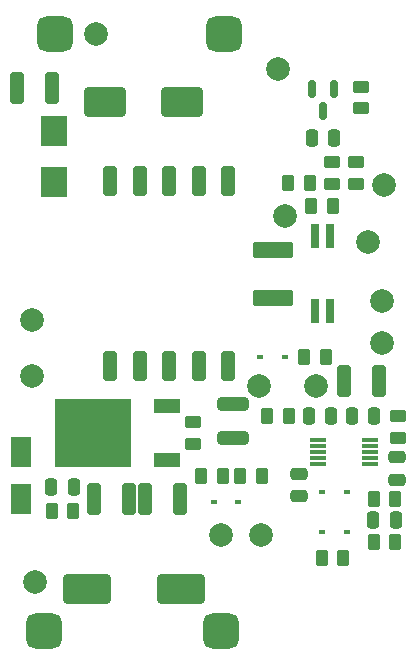
<source format=gts>
G04 #@! TF.GenerationSoftware,KiCad,Pcbnew,6.0.1-79c1e3a40b~116~ubuntu20.04.1*
G04 #@! TF.CreationDate,2022-02-11T17:49:30+01:00*
G04 #@! TF.ProjectId,Feeder,46656564-6572-42e6-9b69-6361645f7063,rev?*
G04 #@! TF.SameCoordinates,Original*
G04 #@! TF.FileFunction,Soldermask,Top*
G04 #@! TF.FilePolarity,Negative*
%FSLAX46Y46*%
G04 Gerber Fmt 4.6, Leading zero omitted, Abs format (unit mm)*
G04 Created by KiCad (PCBNEW 6.0.1-79c1e3a40b~116~ubuntu20.04.1) date 2022-02-11 17:49:30*
%MOMM*%
%LPD*%
G01*
G04 APERTURE LIST*
G04 Aperture macros list*
%AMRoundRect*
0 Rectangle with rounded corners*
0 $1 Rounding radius*
0 $2 $3 $4 $5 $6 $7 $8 $9 X,Y pos of 4 corners*
0 Add a 4 corners polygon primitive as box body*
4,1,4,$2,$3,$4,$5,$6,$7,$8,$9,$2,$3,0*
0 Add four circle primitives for the rounded corners*
1,1,$1+$1,$2,$3*
1,1,$1+$1,$4,$5*
1,1,$1+$1,$6,$7*
1,1,$1+$1,$8,$9*
0 Add four rect primitives between the rounded corners*
20,1,$1+$1,$2,$3,$4,$5,0*
20,1,$1+$1,$4,$5,$6,$7,0*
20,1,$1+$1,$6,$7,$8,$9,0*
20,1,$1+$1,$8,$9,$2,$3,0*%
G04 Aperture macros list end*
%ADD10C,2.000000*%
%ADD11RoundRect,0.250000X0.250000X0.475000X-0.250000X0.475000X-0.250000X-0.475000X0.250000X-0.475000X0*%
%ADD12RoundRect,0.305000X-0.305000X-0.965000X0.305000X-0.965000X0.305000X0.965000X-0.305000X0.965000X0*%
%ADD13RoundRect,0.250000X-0.325000X-1.100000X0.325000X-1.100000X0.325000X1.100000X-0.325000X1.100000X0*%
%ADD14RoundRect,0.250000X-1.750000X-1.000000X1.750000X-1.000000X1.750000X1.000000X-1.750000X1.000000X0*%
%ADD15RoundRect,0.250000X-0.450000X0.262500X-0.450000X-0.262500X0.450000X-0.262500X0.450000X0.262500X0*%
%ADD16RoundRect,0.250000X-0.262500X-0.450000X0.262500X-0.450000X0.262500X0.450000X-0.262500X0.450000X0*%
%ADD17RoundRect,0.250000X0.450000X-0.262500X0.450000X0.262500X-0.450000X0.262500X-0.450000X-0.262500X0*%
%ADD18R,0.600000X0.450000*%
%ADD19RoundRect,0.250000X-0.475000X0.250000X-0.475000X-0.250000X0.475000X-0.250000X0.475000X0.250000X0*%
%ADD20RoundRect,0.249999X1.450001X-0.450001X1.450001X0.450001X-1.450001X0.450001X-1.450001X-0.450001X0*%
%ADD21R,1.800000X2.500000*%
%ADD22RoundRect,0.250000X0.262500X0.450000X-0.262500X0.450000X-0.262500X-0.450000X0.262500X-0.450000X0*%
%ADD23RoundRect,0.250000X-0.250000X-0.475000X0.250000X-0.475000X0.250000X0.475000X-0.250000X0.475000X0*%
%ADD24R,1.400000X0.300000*%
%ADD25C,1.000000*%
%ADD26RoundRect,0.750000X-0.750000X-0.750000X0.750000X-0.750000X0.750000X0.750000X-0.750000X0.750000X0*%
%ADD27RoundRect,0.150000X-0.150000X0.587500X-0.150000X-0.587500X0.150000X-0.587500X0.150000X0.587500X0*%
%ADD28R,2.300000X2.500000*%
%ADD29RoundRect,0.250000X0.325000X1.100000X-0.325000X1.100000X-0.325000X-1.100000X0.325000X-1.100000X0*%
%ADD30RoundRect,0.250000X-1.500000X-1.000000X1.500000X-1.000000X1.500000X1.000000X-1.500000X1.000000X0*%
%ADD31R,0.640000X2.000000*%
%ADD32RoundRect,0.250000X-1.075000X0.312500X-1.075000X-0.312500X1.075000X-0.312500X1.075000X0.312500X0*%
%ADD33R,2.200000X1.200000*%
%ADD34R,6.400000X5.800000*%
G04 APERTURE END LIST*
D10*
X56800000Y-23200000D03*
D11*
X82150000Y-64400000D03*
X80250000Y-64400000D03*
D12*
X68000000Y-51300000D03*
X65500000Y-51300000D03*
X63000000Y-51300000D03*
X60500000Y-51300000D03*
X58000000Y-51300000D03*
X58000000Y-35700000D03*
X60500000Y-35700000D03*
X63000000Y-35700000D03*
X65500000Y-35700000D03*
X68000000Y-35700000D03*
D13*
X60925000Y-62600000D03*
X63875000Y-62600000D03*
D14*
X56000000Y-70200000D03*
X64000000Y-70200000D03*
D15*
X65000000Y-56087500D03*
X65000000Y-57912500D03*
D10*
X81000000Y-49400000D03*
D16*
X75887500Y-67600000D03*
X77712500Y-67600000D03*
X80287500Y-62600000D03*
X82112500Y-62600000D03*
D17*
X82325489Y-57424511D03*
X82325489Y-55599511D03*
D18*
X72800000Y-50600000D03*
X70700000Y-50600000D03*
D16*
X73087500Y-35800000D03*
X74912500Y-35800000D03*
D10*
X79800000Y-40800000D03*
X81200000Y-36000000D03*
D19*
X82275489Y-59049511D03*
X82275489Y-60949511D03*
D11*
X54900000Y-61600000D03*
X53000000Y-61600000D03*
D10*
X81000000Y-45800000D03*
D20*
X71800000Y-45575000D03*
X71800000Y-41475000D03*
D21*
X50400000Y-62600000D03*
X50400000Y-58600000D03*
D16*
X53037500Y-63600000D03*
X54862500Y-63600000D03*
D22*
X70825000Y-60631250D03*
X69000000Y-60631250D03*
D13*
X56612500Y-62600000D03*
X59562500Y-62600000D03*
D17*
X76800000Y-35912500D03*
X76800000Y-34087500D03*
D23*
X74825489Y-55599511D03*
X76725489Y-55599511D03*
D24*
X79975489Y-59599511D03*
X79975489Y-59099511D03*
X79975489Y-58599511D03*
X79975489Y-58099511D03*
X79975489Y-57599511D03*
X75575489Y-57599511D03*
X75575489Y-58099511D03*
X75575489Y-58599511D03*
X75575489Y-59099511D03*
X75575489Y-59599511D03*
D10*
X72800000Y-38600000D03*
D22*
X76825000Y-37800000D03*
X75000000Y-37800000D03*
D19*
X74000000Y-60450000D03*
X74000000Y-62350000D03*
D25*
X52550000Y-23950000D03*
X52550000Y-22450000D03*
X54050000Y-22450000D03*
X54000000Y-23950000D03*
D26*
X53300000Y-23200000D03*
D27*
X76950000Y-27862500D03*
X75050000Y-27862500D03*
X76000000Y-29737500D03*
D10*
X75400000Y-53000000D03*
D17*
X78800000Y-35912500D03*
X78800000Y-34087500D03*
D10*
X67400000Y-65600000D03*
D11*
X80350000Y-55600000D03*
X78450000Y-55600000D03*
D10*
X70800000Y-65600000D03*
D15*
X79200000Y-27687500D03*
X79200000Y-29512500D03*
D25*
X51650000Y-73050000D03*
X51650000Y-74550000D03*
X53150000Y-73050000D03*
D26*
X52400000Y-73800000D03*
D25*
X53100000Y-74550000D03*
D28*
X53200000Y-31450000D03*
X53200000Y-35750000D03*
D10*
X70600000Y-53000000D03*
D13*
X77800000Y-52600000D03*
X80750000Y-52600000D03*
D25*
X68350000Y-22450000D03*
X66850000Y-23950000D03*
X68300000Y-23950000D03*
D26*
X67600000Y-23200000D03*
D25*
X66850000Y-22450000D03*
D16*
X80287500Y-66200000D03*
X82112500Y-66200000D03*
D18*
X68850000Y-62800000D03*
X66750000Y-62800000D03*
D29*
X53075000Y-27800000D03*
X50125000Y-27800000D03*
D25*
X66650000Y-73050000D03*
X68150000Y-73050000D03*
X68100000Y-74550000D03*
X66650000Y-74550000D03*
D26*
X67400000Y-73800000D03*
D10*
X51400000Y-52200000D03*
X51600000Y-69600000D03*
D30*
X57550000Y-29000000D03*
X64050000Y-29000000D03*
D10*
X72200000Y-26200000D03*
D31*
X76635000Y-40350000D03*
X75365000Y-40350000D03*
X75365000Y-46650000D03*
X76635000Y-46650000D03*
D18*
X75950000Y-62000000D03*
X78050000Y-62000000D03*
D32*
X68400000Y-54537500D03*
X68400000Y-57462500D03*
D22*
X76225000Y-50600000D03*
X74400000Y-50600000D03*
X67500000Y-60631250D03*
X65675000Y-60631250D03*
D33*
X62800000Y-59280000D03*
D34*
X56500000Y-57000000D03*
D33*
X62800000Y-54720000D03*
D22*
X73112500Y-55600000D03*
X71287500Y-55600000D03*
D18*
X75950000Y-65400000D03*
X78050000Y-65400000D03*
D10*
X51400000Y-47400000D03*
D23*
X75050000Y-32000000D03*
X76950000Y-32000000D03*
M02*

</source>
